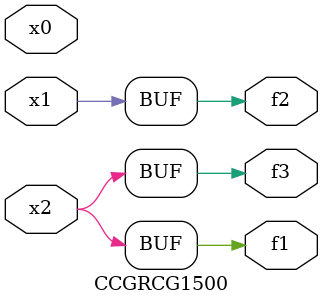
<source format=v>
module CCGRCG1500(
	input x0, x1, x2,
	output f1, f2, f3
);
	assign f1 = x2;
	assign f2 = x1;
	assign f3 = x2;
endmodule

</source>
